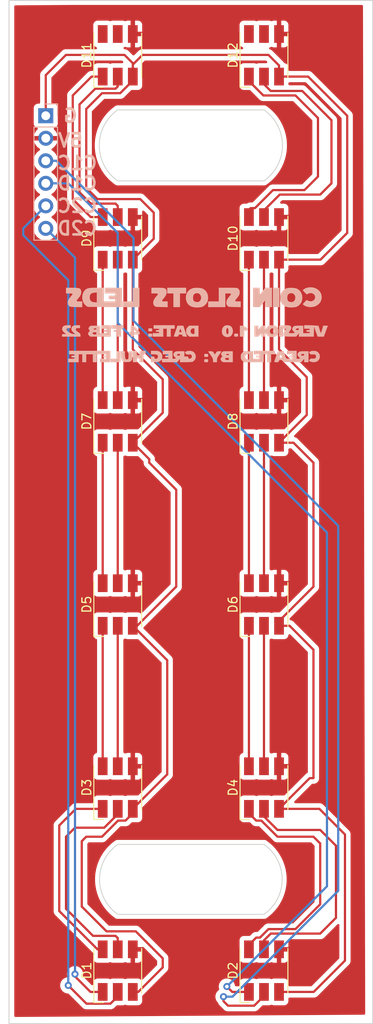
<source format=kicad_pcb>
(kicad_pcb (version 20211014) (generator pcbnew)
  (layers (0 "F.Cu" signal) (31 "B.Cu" signal) (34 "B.Paste" user) (35 "F.Paste" user) (36 "B.SilkS" user "B.Silkscreen") (37 "F.SilkS" user "F.Silkscreen") (38 "B.Mask" user) (39 "F.Mask" user) (44 "Edge.Cuts" user))
  (net 0 "")
  (net 1 "GND")
  (net 2 "+5V")
  (net 3 "Net-(D1-Pad5)")
  (net 4 "Net-(D1-Pad6)")
  (net 5 "Net-(D2-Pad5)")
  (net 6 "Net-(D2-Pad6)")
  (net 7 "Net-(D3-Pad5)")
  (net 8 "Net-(D3-Pad6)")
  (net 9 "Net-(D6-Pad2)")
  (net 10 "Net-(D6-Pad1)")
  (net 11 "Net-(D7-Pad2)")
  (net 12 "Net-(D7-Pad1)")
  (net 13 "Net-(D8-Pad2)")
  (net 14 "Net-(D8-Pad1)")
  (net 15 "Net-(D9-Pad2)")
  (net 16 "Net-(D9-Pad1)")
  (net 17 "Net-(D10-Pad2)")
  (net 18 "Net-(D10-Pad1)")
  (net 19 "Net-(D9-Pad5)")
  (net 20 "Net-(D9-Pad6)")
  (net 21 "Net-(D12-Pad2)")
  (net 22 "Net-(D10-Pad6)")
  (net 27 "/C2D")
  (net 28 "/C2C")
  (net 29 "/C1C")
  (net 30 "/C1D")
  (footprint "LED_SMD:LED_RGB_5050-6" (layer "F.Cu") (at 117.602 121.903 90)
    (fp_text reference "D5" (at 0 -3.5 90) (layer "F.SilkS"))
    (fp_text value "APA102")
    (pad "1" smd rect locked (at -2.4 -1.7 180) (size 1.1 2) (layers "F.Cu" "F.Paste" "F.Mask") (net 8 "Net-(D3-Pad6)"))
    (pad "2" smd rect locked (at -2.4 0 180) (size 1.1 2) (layers "F.Cu" "F.Paste" "F.Mask") (net 7 "Net-(D3-Pad5)"))
    (pad "3" smd rect locked (at -2.4 1.7 180) (size 1.1 2) (layers "F.Cu" "F.Paste" "F.Mask") (net 1 "GND"))
    (pad "4" smd rect locked (at 2.4 1.7 180) (size 1.1 2) (layers "F.Cu" "F.Paste" "F.Mask") (net 2 "+5V"))
    (pad "5" smd rect locked (at 2.4 0 180) (size 1.1 2) (layers "F.Cu" "F.Paste" "F.Mask") (net 11 "Net-(D7-Pad2)"))
    (pad "6" smd rect locked (at 2.4 -1.7 180) (size 1.1 2) (layers "F.Cu" "F.Paste" "F.Mask") (net 12 "Net-(D7-Pad1)"))
  )
  (footprint "LED_SMD:LED_RGB_5050-6" (layer "F.Cu") (at 117.602 80.627 90)
    (fp_text reference "D9" (at 0 -3.5 90) (layer "F.SilkS"))
    (fp_text value "APA102")
    (pad "1" smd rect locked (at -2.4 -1.7 180) (size 1.1 2) (layers "F.Cu" "F.Paste" "F.Mask") (net 16 "Net-(D9-Pad1)"))
    (pad "2" smd rect locked (at -2.4 0 180) (size 1.1 2) (layers "F.Cu" "F.Paste" "F.Mask") (net 15 "Net-(D9-Pad2)"))
    (pad "3" smd rect locked (at -2.4 1.7 180) (size 1.1 2) (layers "F.Cu" "F.Paste" "F.Mask") (net 1 "GND"))
    (pad "4" smd rect locked (at 2.4 1.7 180) (size 1.1 2) (layers "F.Cu" "F.Paste" "F.Mask") (net 2 "+5V"))
    (pad "5" smd rect locked (at 2.4 0 180) (size 1.1 2) (layers "F.Cu" "F.Paste" "F.Mask") (net 19 "Net-(D9-Pad5)"))
    (pad "6" smd rect locked (at 2.4 -1.7 180) (size 1.1 2) (layers "F.Cu" "F.Paste" "F.Mask") (net 20 "Net-(D9-Pad6)"))
  )
  (footprint "LED_SMD:LED_RGB_5050-6" (layer "F.Cu") (at 117.602 59.989 90)
    (fp_text reference "D11" (at 0 -3.5 90) (layer "F.SilkS"))
    (fp_text value "APA102")
    (pad "1" smd rect locked (at -2.4 -1.7 180) (size 1.1 2) (layers "F.Cu" "F.Paste" "F.Mask") (net 20 "Net-(D9-Pad6)"))
    (pad "2" smd rect locked (at -2.4 0 180) (size 1.1 2) (layers "F.Cu" "F.Paste" "F.Mask") (net 19 "Net-(D9-Pad5)"))
    (pad "3" smd rect locked (at -2.4 1.7 180) (size 1.1 2) (layers "F.Cu" "F.Paste" "F.Mask") (net 1 "GND"))
    (pad "4" smd rect locked (at 2.4 1.7 180) (size 1.1 2) (layers "F.Cu" "F.Paste" "F.Mask") (net 2 "+5V"))
    (pad "5" smd rect locked (at 2.4 0 180) (size 1.1 2) (layers "F.Cu" "F.Paste" "F.Mask"))
    (pad "6" smd rect locked (at 2.4 -1.7 180) (size 1.1 2) (layers "F.Cu" "F.Paste" "F.Mask"))
  )
  (footprint "LED_SMD:LED_RGB_5050-6" (layer "F.Cu") (at 134.112 142.541 90)
    (fp_text reference "D4" (at 0 -3.5 90) (layer "F.SilkS"))
    (fp_text value "APA102")
    (pad "1" smd rect locked (at -2.4 -1.7 180) (size 1.1 2) (layers "F.Cu" "F.Paste" "F.Mask") (net 6 "Net-(D2-Pad6)"))
    (pad "2" smd rect locked (at -2.4 0 180) (size 1.1 2) (layers "F.Cu" "F.Paste" "F.Mask") (net 5 "Net-(D2-Pad5)"))
    (pad "3" smd rect locked (at -2.4 1.7 180) (size 1.1 2) (layers "F.Cu" "F.Paste" "F.Mask") (net 1 "GND"))
    (pad "4" smd rect locked (at 2.4 1.7 180) (size 1.1 2) (layers "F.Cu" "F.Paste" "F.Mask") (net 2 "+5V"))
    (pad "5" smd rect locked (at 2.4 0 180) (size 1.1 2) (layers "F.Cu" "F.Paste" "F.Mask") (net 9 "Net-(D6-Pad2)"))
    (pad "6" smd rect locked (at 2.4 -1.7 180) (size 1.1 2) (layers "F.Cu" "F.Paste" "F.Mask") (net 10 "Net-(D6-Pad1)"))
  )
  (footprint "LED_SMD:LED_RGB_5050-6" (layer "F.Cu") (at 134.112 80.627 90)
    (fp_text reference "D10" (at 0 -3.5 90) (layer "F.SilkS"))
    (fp_text value "APA102")
    (pad "1" smd rect locked (at -2.4 -1.7 180) (size 1.1 2) (layers "F.Cu" "F.Paste" "F.Mask") (net 18 "Net-(D10-Pad1)"))
    (pad "2" smd rect locked (at -2.4 0 180) (size 1.1 2) (layers "F.Cu" "F.Paste" "F.Mask") (net 17 "Net-(D10-Pad2)"))
    (pad "3" smd rect locked (at -2.4 1.7 180) (size 1.1 2) (layers "F.Cu" "F.Paste" "F.Mask") (net 1 "GND"))
    (pad "4" smd rect locked (at 2.4 1.7 180) (size 1.1 2) (layers "F.Cu" "F.Paste" "F.Mask") (net 2 "+5V"))
    (pad "5" smd rect locked (at 2.4 0 180) (size 1.1 2) (layers "F.Cu" "F.Paste" "F.Mask") (net 21 "Net-(D12-Pad2)"))
    (pad "6" smd rect locked (at 2.4 -1.7 180) (size 1.1 2) (layers "F.Cu" "F.Paste" "F.Mask") (net 22 "Net-(D10-Pad6)"))
  )
  (footprint "LED_SMD:LED_RGB_5050-6" (layer "F.Cu") (at 117.602 101.265 90)
    (fp_text reference "D7" (at 0 -3.5 90) (layer "F.SilkS"))
    (fp_text value "APA102")
    (pad "1" smd rect locked (at -2.4 -1.7 180) (size 1.1 2) (layers "F.Cu" "F.Paste" "F.Mask") (net 12 "Net-(D7-Pad1)"))
    (pad "2" smd rect locked (at -2.4 0 180) (size 1.1 2) (layers "F.Cu" "F.Paste" "F.Mask") (net 11 "Net-(D7-Pad2)"))
    (pad "3" smd rect locked (at -2.4 1.7 180) (size 1.1 2) (layers "F.Cu" "F.Paste" "F.Mask") (net 1 "GND"))
    (pad "4" smd rect locked (at 2.4 1.7 180) (size 1.1 2) (layers "F.Cu" "F.Paste" "F.Mask") (net 2 "+5V"))
    (pad "5" smd rect locked (at 2.4 0 180) (size 1.1 2) (layers "F.Cu" "F.Paste" "F.Mask") (net 15 "Net-(D9-Pad2)"))
    (pad "6" smd rect locked (at 2.4 -1.7 180) (size 1.1 2) (layers "F.Cu" "F.Paste" "F.Mask") (net 16 "Net-(D9-Pad1)"))
  )
  (footprint "LED_SMD:LED_RGB_5050-6" (layer "F.Cu") (at 134.112 163.179 90)
    (fp_text reference "D2" (at 0 -3.5 90) (layer "F.SilkS"))
    (fp_text value "APA102")
    (pad "1" smd rect locked (at -2.4 -1.7 180) (size 1.1 2) (layers "F.Cu" "F.Paste" "F.Mask") (net 30 "/C1D"))
    (pad "2" smd rect locked (at -2.4 0 180) (size 1.1 2) (layers "F.Cu" "F.Paste" "F.Mask") (net 29 "/C1C"))
    (pad "3" smd rect locked (at -2.4 1.7 180) (size 1.1 2) (layers "F.Cu" "F.Paste" "F.Mask") (net 1 "GND"))
    (pad "4" smd rect locked (at 2.4 1.7 180) (size 1.1 2) (layers "F.Cu" "F.Paste" "F.Mask") (net 2 "+5V"))
    (pad "5" smd rect locked (at 2.4 0 180) (size 1.1 2) (layers "F.Cu" "F.Paste" "F.Mask") (net 5 "Net-(D2-Pad5)"))
    (pad "6" smd rect locked (at 2.4 -1.7 180) (size 1.1 2) (layers "F.Cu" "F.Paste" "F.Mask") (net 6 "Net-(D2-Pad6)"))
  )
  (footprint "LED_SMD:LED_RGB_5050-6" (layer "F.Cu") (at 117.602 142.541 90)
    (fp_text reference "D3" (at 0 -3.5 90) (layer "F.SilkS"))
    (fp_text value "APA102")
    (pad "1" smd rect locked (at -2.4 -1.7 180) (size 1.1 2) (layers "F.Cu" "F.Paste" "F.Mask") (net 4 "Net-(D1-Pad6)"))
    (pad "2" smd rect locked (at -2.4 0 180) (size 1.1 2) (layers "F.Cu" "F.Paste" "F.Mask") (net 3 "Net-(D1-Pad5)"))
    (pad "3" smd rect locked (at -2.4 1.7 180) (size 1.1 2) (layers "F.Cu" "F.Paste" "F.Mask") (net 1 "GND"))
    (pad "4" smd rect locked (at 2.4 1.7 180) (size 1.1 2) (layers "F.Cu" "F.Paste" "F.Mask") (net 2 "+5V"))
    (pad "5" smd rect locked (at 2.4 0 180) (size 1.1 2) (layers "F.Cu" "F.Paste" "F.Mask") (net 7 "Net-(D3-Pad5)"))
    (pad "6" smd rect locked (at 2.4 -1.7 180) (size 1.1 2) (layers "F.Cu" "F.Paste" "F.Mask") (net 8 "Net-(D3-Pad6)"))
  )
  (footprint "LED_SMD:LED_RGB_5050-6" (layer "F.Cu") (at 134.112 59.989 90)
    (fp_text reference "D12" (at 0 -3.5 90) (layer "F.SilkS"))
    (fp_text value "APA102")
    (pad "1" smd rect locked (at -2.4 -1.7 180) (size 1.1 2) (layers "F.Cu" "F.Paste" "F.Mask") (net 22 "Net-(D10-Pad6)"))
    (pad "2" smd rect locked (at -2.4 0 180) (size 1.1 2) (layers "F.Cu" "F.Paste" "F.Mask") (net 21 "Net-(D12-Pad2)"))
    (pad "3" smd rect locked (at -2.4 1.7 180) (size 1.1 2) (layers "F.Cu" "F.Paste" "F.Mask") (net 1 "GND"))
    (pad "4" smd rect locked (at 2.4 1.7 180) (size 1.1 2) (layers "F.Cu" "F.Paste" "F.Mask") (net 2 "+5V"))
    (pad "5" smd rect locked (at 2.4 0 180) (size 1.1 2) (layers "F.Cu" "F.Paste" "F.Mask"))
    (pad "6" smd rect locked (at 2.4 -1.7 180) (size 1.1 2) (layers "F.Cu" "F.Paste" "F.Mask"))
  )
  (footprint "LED_SMD:LED_RGB_5050-6" (layer "F.Cu") (at 117.602 163.179 90)
    (fp_text reference "D1" (at 0 -3.5 90) (layer "F.SilkS"))
    (fp_text value "APA102")
    (pad "1" smd rect locked (at -2.4 -1.7 180) (size 1.1 2) (layers "F.Cu" "F.Paste" "F.Mask") (net 27 "/C2D"))
    (pad "2" smd rect locked (at -2.4 0 180) (size 1.1 2) (layers "F.Cu" "F.Paste" "F.Mask") (net 28 "/C2C"))
    (pad "3" smd rect locked (at -2.4 1.7 180) (size 1.1 2) (layers "F.Cu" "F.Paste" "F.Mask") (net 1 "GND"))
    (pad "4" smd rect locked (at 2.4 1.7 180) (size 1.1 2) (layers "F.Cu" "F.Paste" "F.Mask") (net 2 "+5V"))
    (pad "5" smd rect locked (at 2.4 0 180) (size 1.1 2) (layers "F.Cu" "F.Paste" "F.Mask") (net 3 "Net-(D1-Pad5)"))
    (pad "6" smd rect locked (at 2.4 -1.7 180) (size 1.1 2) (layers "F.Cu" "F.Paste" "F.Mask") (net 4 "Net-(D1-Pad6)"))
  )
  (footprint "LED_SMD:LED_RGB_5050-6" (layer "F.Cu") (at 134.112 101.265 90)
    (fp_text reference "D8" (at 0 -3.5 90) (layer "F.SilkS"))
    (fp_text value "APA102")
    (pad "1" smd rect locked (at -2.4 -1.7 180) (size 1.1 2) (layers "F.Cu" "F.Paste" "F.Mask") (net 14 "Net-(D8-Pad1)"))
    (pad "2" smd rect locked (at -2.4 0 180) (size 1.1 2) (layers "F.Cu" "F.Paste" "F.Mask") (net 13 "Net-(D8-Pad2)"))
    (pad "3" smd rect locked (at -2.4 1.7 180) (size 1.1 2) (layers "F.Cu" "F.Paste" "F.Mask") (net 1 "GND"))
    (pad "4" smd rect locked (at 2.4 1.7 180) (size 1.1 2) (layers "F.Cu" "F.Paste" "F.Mask") (net 2 "+5V"))
    (pad "5" smd rect locked (at 2.4 0 180) (size 1.1 2) (layers "F.Cu" "F.Paste" "F.Mask") (net 17 "Net-(D10-Pad2)"))
    (pad "6" smd rect locked (at 2.4 -1.7 180) (size 1.1 2) (layers "F.Cu" "F.Paste" "F.Mask") (net 18 "Net-(D10-Pad1)"))
  )
  (footprint "LED_SMD:LED_RGB_5050-6" (layer "F.Cu") (at 134.112 121.903 90)
    (fp_text reference "D6" (at 0 -3.5 90) (layer "F.SilkS"))
    (fp_text value "APA102")
    (pad "1" smd rect locked (at -2.4 -1.7 180) (size 1.1 2) (layers "F.Cu" "F.Paste" "F.Mask") (net 10 "Net-(D6-Pad1)"))
    (pad "2" smd rect locked (at -2.4 0 180) (size 1.1 2) (layers "F.Cu" "F.Paste" "F.Mask") (net 9 "Net-(D6-Pad2)"))
    (pad "3" smd rect locked (at -2.4 1.7 180) (size 1.1 2) (layers "F.Cu" "F.Paste" "F.Mask") (net 1 "GND"))
    (pad "4" smd rect locked (at 2.4 1.7 180) (size 1.1 2) (layers "F.Cu" "F.Paste" "F.Mask") (net 2 "+5V"))
    (pad "5" smd rect locked (at 2.4 0 180) (size 1.1 2) (layers "F.Cu" "F.Paste" "F.Mask") (net 13 "Net-(D8-Pad2)"))
    (pad "6" smd rect locked (at 2.4 -1.7 180) (size 1.1 2) (layers "F.Cu" "F.Paste" "F.Mask") (net 14 "Net-(D8-Pad1)"))
  )
  (footprint "Logos:Coin Slots v2" (layer "B.Cu") (at 126.32 89.87 180)
    (fp_text reference "G***" hide)
    (fp_text value "LOGO" hide)
  )
  (footprint "Connector_PinHeader_2.54mm:PinHeader_1x06_P2.54mm_Vertical" (layer "B.Cu") (at 109.474 66.802 180)
    (fp_text reference "J1" hide)
    (fp_text value "Conn_01x06")
    (pad "1" thru_hole rect locked (at 0 0 180) (size 1.7 1.7) (drill 1) (layers *.Cu *.Mask) (net 1 "GND"))
    (pad "2" thru_hole oval locked (at 0 -2.54 180) (size 1.7 1.7) (drill 1) (layers *.Cu *.Mask) (net 2 "+5V"))
    (pad "3" thru_hole oval locked (at 0 -5.08 180) (size 1.7 1.7) (drill 1) (layers *.Cu *.Mask) (net 29 "/C1C"))
    (pad "4" thru_hole oval locked (at 0 -7.62 180) (size 1.7 1.7) (drill 1) (layers *.Cu *.Mask) (net 30 "/C1D"))
    (pad "5" thru_hole oval locked (at 0 -10.16 180) (size 1.7 1.7) (drill 1) (layers *.Cu *.Mask) (net 28 "/C2C"))
    (pad "6" thru_hole oval locked (at 0 -12.7 180) (size 1.7 1.7) (drill 1) (layers *.Cu *.Mask) (net 27 "/C2D"))
  )
  (gr_line (start 146.389 169.151) (end 105.325 169.151) (layer "Edge.Cuts") (width 0.1))
  (gr_line (start 117.602 74.148) (end 134.112 74.148) (layer "Edge.Cuts") (width 0.1))
  (gr_line (start 105.325 169.151) (end 105.325 53.805) (layer "Edge.Cuts") (width 0.1))
  (gr_line (start 134.112 66.141) (end 117.602 66.141) (layer "Edge.Cuts") (width 0.1))
  (gr_arc (start 117.602 156.834) (mid 115.550185 152.8925) (end 117.602 148.951) (layer "Edge.Cuts") (width 0.1))
  (gr_arc (start 117.602 74.148) (mid 115.51791 70.1445) (end 117.602 66.141) (layer "Edge.Cuts") (width 0.1))
  (gr_line (start 105.325 53.805) (end 146.389 53.805) (layer "Edge.Cuts") (width 0.1))
  (gr_arc (start 134.112 66.141) (mid 136.19609 70.1445) (end 134.112 74.148) (layer "Edge.Cuts") (width 0.1))
  (gr_arc (start 134.112 148.951) (mid 136.163815 152.8925) (end 134.112 156.834) (layer "Edge.Cuts") (width 0.1))
  (gr_line (start 117.602 156.834) (end 134.112 156.834) (layer "Edge.Cuts") (width 0.1))
  (gr_line (start 117.602 148.951) (end 134.112 148.951) (layer "Edge.Cuts") (width 0.1))
  (gr_line (start 146.389 53.805) (end 146.389 169.151) (layer "Edge.Cuts") (width 0.1))
  (gr_text "5V" (at 112.268 69.596) (layer "B.SilkS") (effects (font (size 1.5 1.5) (thickness 0.3)) (justify mirror)))
  (gr_text "G" (at 112.268 66.802) (layer "B.SilkS") (effects (font (size 1.5 1.5) (thickness 0.3)) (justify mirror)))
  (gr_text "C2D\n" (at 113.03 79.502) (layer "B.SilkS") (effects (font (size 1.5 1.5) (thickness 0.3)) (justify mirror)))
  (gr_text "C1D" (at 113.03 74.422) (layer "B.SilkS") (effects (font (size 1.5 1.5) (thickness 0.3)) (justify mirror)))
  (gr_text "C2C" (at 113.03 76.962) (layer "B.SilkS") (effects (font (size 1.5 1.5) (thickness 0.3)) (justify mirror)))
  (gr_text "C1C" (at 113.03 72.136) (layer "B.SilkS") (effects (font (size 1.5 1.5) (thickness 0.3)) (justify mirror)))
  (segment (start 122.682 162.814) (end 119.917 165.579) (width 0.25) (layer "F.Cu") (net 1))
  (segment (start 121.158 105.918) (end 124.206 108.966) (width 0.25) (layer "F.Cu") (net 1))
  (segment (start 138.938 96.266) (end 138.938 100.539) (width 0.25) (layer "F.Cu") (net 1))
  (segment (start 114.046 74.93) (end 115.316 76.2) (width 0.25) (layer "F.Cu") (net 1))
  (segment (start 143.256 147.828) (end 143.256 162.052) (width 0.25) (layer "F.Cu") (net 1))
  (segment (start 117.879 64.262) (end 115.824 64.262) (width 0.25) (layer "F.Cu") (net 1))
  (segment (start 139.7 127) (end 137.003 124.303) (width 0.25) (layer "F.Cu") (net 1))
  (segment (start 143.51 80.01) (end 140.493 83.027) (width 0.25) (layer "F.Cu") (net 1))
  (segment (start 139.275 141.478) (end 139.7 141.478) (width 0.25) (layer "F.Cu") (net 1))
  (segment (start 135.812 123.776) (end 135.812 124.303) (width 0.25) (layer "F.Cu") (net 1))
  (segment (start 114.046 66.04) (end 114.046 74.93) (width 0.25) (layer "F.Cu") (net 1))
  (segment (start 122.682 161.798) (end 122.682 162.814) (width 0.25) (layer "F.Cu") (net 1))
  (segment (start 119.917 165.579) (end 119.302 165.579) (width 0.25) (layer "F.Cu") (net 1))
  (segment (start 123.19 128.191) (end 123.19 141.053) (width 0.25) (layer "F.Cu") (net 1))
  (segment (start 118.364 59.944) (end 111.76 59.944) (width 0.25) (layer "F.Cu") (net 1))
  (segment (start 143.51 66.802) (end 143.51 80.01) (width 0.25) (layer "F.Cu") (net 1))
  (segment (start 119.302 93.14) (end 122.682 96.52) (width 0.25) (layer "F.Cu") (net 1))
  (segment (start 109.474 62.23) (end 109.474 66.802) (width 0.25) (layer "F.Cu") (net 1))
  (segment (start 135.812 103.665) (end 137.447 103.665) (width 0.25) (layer "F.Cu") (net 1))
  (segment (start 135.812 144.941) (end 140.369 144.941) (width 0.25) (layer "F.Cu") (net 1))
  (segment (start 121.666 80.663) (end 119.302 83.027) (width 0.25) (layer "F.Cu") (net 1))
  (segment (start 137.447 103.665) (end 139.7 105.918) (width 0.25) (layer "F.Cu") (net 1))
  (segment (start 139.7 141.478) (end 139.7 127) (width 0.25) (layer "F.Cu") (net 1))
  (segment (start 118.476511 146.265511) (end 117.640489 146.265511) (width 0.25) (layer "F.Cu") (net 1))
  (segment (start 119.302 62.389) (end 119.302 60.882) (width 0.25) (layer "F.Cu") (net 1))
  (segment (start 124.206 108.966) (end 124.206 119.888) (width 0.25) (layer "F.Cu") (net 1))
  (segment (start 111.76 59.944) (end 109.474 62.23) (width 0.25) (layer "F.Cu") (net 1))
  (segment (start 113.538 155.956) (end 116.332 158.75) (width 0.25) (layer "F.Cu") (net 1))
  (segment (start 139.729 165.579) (end 135.812 165.579) (width 0.25) (layer "F.Cu") (net 1))
  (segment (start 135.812 62.389) (end 139.097 62.389) (width 0.25) (layer "F.Cu") (net 1))
  (segment (start 139.097 62.389) (end 143.51 66.802) (width 0.25) (layer "F.Cu") (net 1))
  (segment (start 119.302 145.440022) (end 118.476511 146.265511) (width 0.25) (layer "F.Cu") (net 1))
  (segment (start 121.666 77.724) (end 121.666 80.663) (width 0.25) (layer "F.Cu") (net 1))
  (segment (start 119.302 144.941) (end 119.302 145.440022) (width 0.25) (layer "F.Cu") (net 1))
  (segment (start 121.158 105.521) (end 121.158 105.918) (width 0.25) (layer "F.Cu") (net 1))
  (segment (start 119.302 60.882) (end 118.364 59.944) (width 0.25) (layer "F.Cu") (net 1))
  (segment (start 134.62 59.944) (end 135.812 61.136) (width 0.25) (layer "F.Cu") (net 1))
  (segment (start 119.302 62.389) (end 119.302 61.038) (width 0.25) (layer "F.Cu") (net 1))
  (segment (start 139.7 119.888) (end 135.812 123.776) (width 0.25) (layer "F.Cu") (net 1))
  (segment (start 116.332 158.75) (end 119.634 158.75) (width 0.25) (layer "F.Cu") (net 1))
  (segment (start 114.046 148.082) (end 113.538 148.59) (width 0.25) (layer "F.Cu") (net 1))
  (segment (start 115.824 64.262) (end 114.046 66.04) (width 0.25) (layer "F.Cu") (net 1))
  (segment (start 119.302 62.839) (end 117.879 64.262) (width 0.25) (layer "F.Cu") (net 1))
  (segment (start 119.302 124.303) (end 123.19 128.191) (width 0.25) (layer "F.Cu") (net 1))
  (segment (start 135.812 144.941) (end 139.275 141.478) (width 0.25) (layer "F.Cu") (net 1))
  (segment (start 119.302 83.027) (end 119.302 93.14) (width 0.25) (layer "F.Cu") (net 1))
  (segment (start 124.206 119.888) (end 119.791 124.303) (width 0.25) (layer "F.Cu") (net 1))
  (segment (start 115.824 148.082) (end 114.046 148.082) (width 0.25) (layer "F.Cu") (net 1))
  (segment (start 140.369 144.941) (end 143.256 147.828) (width 0.25) (layer "F.Cu") (net 1))
  (segment (start 119.634 158.75) (end 122.682 161.798) (width 0.25) (layer "F.Cu") (net 1))
  (segment (start 135.812 61.136) (end 135.812 62.389) (width 0.25) (layer "F.Cu") (net 1))
  (segment (start 115.316 76.2) (end 120.142 76.2) (width 0.25) (layer "F.Cu") (net 1))
  (segment (start 119.302 61.038) (end 120.396 59.944) (width 0.25) (layer "F.Cu") (net 1))
  (segment (start 119.791 124.303) (end 119.302 124.303) (width 0.25) (layer "F.Cu") (net 1))
  (segment (start 122.682 96.52) (end 122.682 100.285) (width 0.25) (layer "F.Cu") (net 1))
  (segment (start 120.396 59.944) (end 134.62 59.944) (width 0.25) (layer "F.Cu") (net 1))
  (segment (start 117.640489 146.265511) (end 115.824 148.082) (width 0.25) (layer "F.Cu") (net 1))
  (segment (start 143.256 162.052) (end 139.729 165.579) (width 0.25) (layer "F.Cu") (net 1))
  (segment (start 137.003 124.303) (end 135.812 124.303) (width 0.25) (layer "F.Cu") (net 1))
  (segment (start 120.142 76.2) (end 121.666 77.724) (width 0.25) (layer "F.Cu") (net 1))
  (segment (start 135.812 83.027) (end 135.812 93.14) (width 0.25) (layer "F.Cu") (net 1))
  (segment (start 122.682 100.285) (end 119.302 103.665) (width 0.25) (layer "F.Cu") (net 1))
  (segment (start 119.302 103.665) (end 121.158 105.521) (width 0.25) (layer "F.Cu") (net 1))
  (segment (start 123.19 141.053) (end 119.302 144.941) (width 0.25) (layer "F.Cu") (net 1))
  (segment (start 139.7 105.918) (end 139.7 119.888) (width 0.25) (layer "F.Cu") (net 1))
  (segment (start 138.938 100.539) (end 135.812 103.665) (width 0.25) (layer "F.Cu") (net 1))
  (segment (start 140.493 83.027) (end 135.812 83.027) (width 0.25) (layer "F.Cu") (net 1))
  (segment (start 113.538 148.59) (end 113.538 155.956) (width 0.25) (layer "F.Cu") (net 1))
  (segment (start 119.302 62.389) (end 119.302 62.839) (width 0.25) (layer "F.Cu") (net 1))
  (segment (start 135.812 93.14) (end 138.938 96.266) (width 0.25) (layer "F.Cu") (net 1))
  (segment (start 116.078 147.066) (end 112.776 147.066) (width 0.25) (layer "F.Cu") (net 3))
  (segment (start 112.776 147.066) (end 111.76 148.082) (width 0.25) (layer "F.Cu") (net 3))
  (segment (start 111.76 156.21) (end 114.808 159.258) (width 0.25) (layer "F.Cu") (net 3))
  (segment (start 117.602 144.941) (end 117.602 145.542) (width 0.25) (layer "F.Cu") (net 3))
  (segment (start 111.76 148.082) (end 111.76 156.21) (width 0.25) (layer "F.Cu") (net 3))
  (segment (start 114.808 159.258) (end 117.348 159.258) (width 0.25) (layer "F.Cu") (net 3))
  (segment (start 117.602 145.542) (end 116.078 147.066) (width 0.25) (layer "F.Cu") (net 3))
  (segment (start 117.602 159.512) (end 117.602 160.779) (width 0.25) (layer "F.Cu") (net 3))
  (segment (start 117.348 159.258) (end 117.602 159.512) (width 0.25) (layer "F.Cu") (net 3))
  (segment (start 112.869 144.941) (end 110.998 146.812) (width 0.25) (layer "F.Cu") (net 4))
  (segment (start 115.313 160.779) (end 115.902 160.779) (width 0.25) (layer "F.Cu") (net 4))
  (segment (start 110.998 156.464) (end 115.313 160.779) (width 0.25) (layer "F.Cu") (net 4))
  (segment (start 110.998 146.812) (end 110.998 156.464) (width 0.25) (layer "F.Cu") (net 4))
  (segment (start 115.902 144.941) (end 112.869 144.941) (width 0.25) (layer "F.Cu") (net 4))
  (segment (start 134.112 159.766) (end 134.112 160.779) (width 0.25) (layer "F.Cu") (net 5))
  (segment (start 140.462 159.004) (end 134.874 159.004) (width 0.25) (layer "F.Cu") (net 5))
  (segment (start 140.462 147.32) (end 142.24 149.098) (width 0.25) (layer "F.Cu") (net 5))
  (segment (start 134.874 159.004) (end 134.112 159.766) (width 0.25) (layer "F.Cu") (net 5))
  (segment (start 134.112 145.796) (end 135.636 147.32) (width 0.25) (layer "F.Cu") (net 5))
  (segment (start 134.112 144.941) (end 134.112 145.796) (width 0.25) (layer "F.Cu") (net 5))
  (segment (start 142.24 157.226) (end 140.462 159.004) (width 0.25) (layer "F.Cu") (net 5))
  (segment (start 135.636 147.32) (end 140.462 147.32) (width 0.25) (layer "F.Cu") (net 5))
  (segment (start 142.24 149.098) (end 142.24 157.226) (width 0.25) (layer "F.Cu") (net 5))
  (segment (start 133.661511 159.454489) (end 133.237489 159.454489) (width 0.25) (layer "F.Cu") (net 6))
  (segment (start 132.412 160.279978) (end 132.412 160.779) (width 0.25) (layer "F.Cu") (net 6))
  (segment (start 133.237489 146.265511) (end 133.819511 146.265511) (width 0.25) (layer "F.Cu") (net 6))
  (segment (start 133.819511 146.265511) (end 135.636 148.082) (width 0.25) (layer "F.Cu") (net 6))
  (segment (start 137.668 158.496) (end 134.62 158.496) (width 0.25) (layer "F.Cu") (net 6))
  (segment (start 139.7 148.082) (end 140.462 148.844) (width 0.25) (layer "F.Cu") (net 6))
  (segment (start 132.412 144.941) (end 132.412 145.440022) (width 0.25) (layer "F.Cu") (net 6))
  (segment (start 134.62 158.496) (end 133.661511 159.454489) (width 0.25) (layer "F.Cu") (net 6))
  (segment (start 140.462 155.702) (end 137.668 158.496) (width 0.25) (layer "F.Cu") (net 6))
  (segment (start 133.237489 159.454489) (end 132.412 160.279978) (width 0.25) (layer "F.Cu") (net 6))
  (segment (start 132.412 145.440022) (end 133.237489 146.265511) (width 0.25) (layer "F.Cu") (net 6))
  (segment (start 135.636 148.082) (end 139.7 148.082) (width 0.25) (layer "F.Cu") (net 6))
  (segment (start 140.462 148.844) (end 140.462 155.702) (width 0.25) (layer "F.Cu") (net 6))
  (segment (start 117.602 124.303) (end 117.602 140.141) (width 0.25) (layer "F.Cu") (net 7))
  (segment (start 115.902 124.303) (end 115.902 140.141) (width 0.25) (layer "F.Cu") (net 8))
  (segment (start 134.112 124.303) (end 134.112 140.141) (width 0.25) (layer "F.Cu") (net 9))
  (segment (start 132.412 124.303) (end 132.412 140.141) (width 0.25) (layer "F.Cu") (net 10))
  (segment (start 117.602 103.665) (end 117.602 119.503) (width 0.25) (layer "F.Cu") (net 11))
  (segment (start 115.902 103.665) (end 115.902 119.503) (width 0.25) (layer "F.Cu") (net 12))
  (segment (start 134.112 103.665) (end 134.112 119.503) (width 0.25) (layer "F.Cu") (net 13))
  (segment (start 132.412 103.665) (end 132.412 119.503) (width 0.25) (layer "F.Cu") (net 14))
  (segment (start 117.602 83.027) (end 117.602 98.865) (width 0.25) (layer "F.Cu") (net 15))
  (segment (start 115.902 83.027) (end 115.902 98.865) (width 0.25) (layer "F.Cu") (net 16))
  (segment (start 134.112 83.027) (end 134.112 98.865) (width 0.25) (layer "F.Cu") (net 17))
  (segment (start 132.412 83.027) (end 132.412 98.865) (width 0.25) (layer "F.Cu") (net 18))
  (segment (start 117.602 76.962) (end 117.602 78.227) (width 0.25) (layer "F.Cu") (net 19))
  (segment (start 114.554 76.708) (end 117.348 76.708) (width 0.25) (layer "F.Cu") (net 19))
  (segment (start 113.284 75.438) (end 114.554 76.708) (width 0.25) (layer "F.Cu") (net 19))
  (segment (start 117.348 76.708) (end 117.602 76.962) (width 0.25) (layer "F.Cu") (net 19))
  (segment (start 115.062 63.754) (end 113.284 65.532) (width 0.25) (layer "F.Cu") (net 19))
  (segment (start 117.602 63.5) (end 117.348 63.754) (width 0.25) (layer "F.Cu") (net 19))
  (segment (start 117.348 63.754) (end 115.062 63.754) (width 0.25) (layer "F.Cu") (net 19))
  (segment (start 113.284 65.532) (end 113.284 75.438) (width 0.25) (layer "F.Cu") (net 19))
  (segment (start 117.602 62.389) (end 117.602 63.5) (width 0.25) (layer "F.Cu") (net 19))
  (segment (start 112.522 76.2) (end 114.549 78.227) (width 0.25) (layer "F.Cu") (net 20))
  (segment (start 115.902 62.389) (end 114.649 62.389) (width 0.25) (layer "F.Cu") (net 20))
  (segment (start 114.649 62.389) (end 112.522 64.516) (width 0.25) (layer "F.Cu") (net 20))
  (segment (start 112.522 64.516) (end 112.522 76.2) (width 0.25) (layer "F.Cu") (net 20))
  (segment (start 114.549 78.227) (end 115.902 78.227) (width 0.25) (layer "F.Cu") (net 20))
  (segment (start 141.732 67.31) (end 141.732 74.422) (width 0.25) (layer "F.Cu") (net 21))
  (segment (start 138.43 64.008) (end 141.732 67.31) (width 0.25) (layer "F.Cu") (net 21))
  (segment (start 135.89 75.692) (end 134.112 77.47) (width 0.25) (layer "F.Cu") (net 21))
  (segment (start 134.112 63.246) (end 134.874 64.008) (width 0.25) (layer "F.Cu") (net 21))
  (segment (start 134.112 77.47) (end 134.112 78.227) (width 0.25) (layer "F.Cu") (net 21))
  (segment (start 140.462 75.692) (end 135.89 75.692) (width 0.25) (layer "F.Cu") (net 21))
  (segment (start 134.112 62.389) (end 134.112 63.246) (width 0.25) (layer "F.Cu") (net 21))
  (segment (start 141.732 74.422) (end 140.462 75.692) (width 0.25) (layer "F.Cu") (net 21))
  (segment (start 134.874 64.008) (end 138.43 64.008) (width 0.25) (layer "F.Cu") (net 21))
  (segment (start 140.208 67.056) (end 140.208 73.66) (width 0.25) (layer "F.Cu") (net 22))
  (segment (start 137.668 64.516) (end 140.208 67.056) (width 0.25) (layer "F.Cu") (net 22))
  (segment (start 138.684 75.184) (end 135.128 75.184) (width 0.25) (layer "F.Cu") (net 22))
  (segment (start 132.412 62.888022) (end 134.039978 64.516) (width 0.25) (layer "F.Cu") (net 22))
  (segment (start 140.208 73.66) (end 138.684 75.184) (width 0.25) (layer "F.Cu") (net 22))
  (segment (start 135.128 75.184) (end 133.096 77.216) (width 0.25) (layer "F.Cu") (net 22))
  (segment (start 133.096 77.216) (end 132.588 77.216) (width 0.25) (layer "F.Cu") (net 22))
  (segment (start 132.412 62.389) (end 132.412 62.888022) (width 0.25) (layer "F.Cu") (net 22))
  (segment (start 134.039978 64.516) (end 137.668 64.516) (width 0.25) (layer "F.Cu") (net 22))
  (segment (start 114.525 165.579) (end 112.776 163.83) (width 0.25) (layer "F.Cu") (net 27))
  (segment (start 112.776 163.83) (end 112.776 163.576) (width 0.25) (layer "F.Cu") (net 27))
  (segment (start 115.902 165.579) (end 114.525 165.579) (width 0.25) (layer "F.Cu") (net 27))
  (via (at 112.776 163.576) (size 0.8) (drill 0.4) (layers "F.Cu" "B.Cu") (net 27))
  (segment (start 112.776 163.576) (end 112.776 82.804) (width 0.25) (layer "B.Cu") (net 27))
  (segment (start 112.776 82.804) (end 109.474 79.502) (width 0.25) (layer "B.Cu") (net 27))
  (segment (start 117.602 166.078022) (end 116.776511 166.903511) (width 0.25) (layer "F.Cu") (net 28))
  (segment (start 114.071511 166.903511) (end 112.014 164.846) (width 0.25) (layer "F.Cu") (net 28))
  (segment (start 117.602 165.579) (end 117.602 166.078022) (width 0.25) (layer "F.Cu") (net 28))
  (segment (start 116.776511 166.903511) (end 114.071511 166.903511) (width 0.25) (layer "F.Cu") (net 28))
  (via (at 112.014 164.846) (size 0.8) (drill 0.4) (layers "F.Cu" "B.Cu") (net 28))
  (segment (start 106.934 79.502) (end 109.474 76.962) (width 0.25) (layer "B.Cu") (net 28))
  (segment (start 112.014 85.344) (end 106.934 80.264) (width 0.25) (layer "B.Cu") (net 28))
  (segment (start 112.014 164.846) (end 112.014 85.344) (width 0.25) (layer "B.Cu") (net 28))
  (segment (start 106.934 80.264) (end 106.934 79.502) (width 0.25) (layer "B.Cu") (net 28))
  (segment (start 129.54 166.624) (end 129.54 166.116) (width 0.25) (layer "F.Cu") (net 29))
  (segment (start 130.048 167.132) (end 129.54 166.624) (width 0.25) (layer "F.Cu") (net 29))
  (segment (start 134.112 166.029) (end 133.009 167.132) (width 0.25) (layer "F.Cu") (net 29))
  (segment (start 134.112 165.579) (end 134.112 166.029) (width 0.25) (layer "F.Cu") (net 29))
  (segment (start 133.009 167.132) (end 130.048 167.132) (width 0.25) (layer "F.Cu") (net 29))
  (via (at 129.54 166.116) (size 0.8) (drill 0.4) (layers "F.Cu" "B.Cu") (net 29))
  (segment (start 130.556 166.116) (end 129.54 166.116) (width 0.25) (layer "B.Cu") (net 29))
  (segment (start 142.494 113.03) (end 142.494 154.178) (width 0.25) (layer "B.Cu") (net 29))
  (segment (start 142.494 154.178) (end 130.556 166.116) (width 0.25) (layer "B.Cu") (net 29))
  (segment (start 119.38 89.916) (end 142.494 113.03) (width 0.25) (layer "B.Cu") (net 29))
  (segment (start 110.676081 71.882) (end 119.38 80.585919) (width 0.25) (layer "B.Cu") (net 29))
  (segment (start 109.474 71.882) (end 110.676081 71.882) (width 0.25) (layer "B.Cu") (net 29))
  (segment (start 119.38 80.585919) (end 119.38 89.916) (width 0.25) (layer "B.Cu") (net 29))
  (segment (start 130.527 165.579) (end 129.921 164.973) (width 0.25) (layer "F.Cu") (net 30))
  (segment (start 132.412 165.579) (end 130.527 165.579) (width 0.25) (layer "F.Cu") (net 30))
  (via (at 129.921 164.973) (size 0.8) (drill 0.4) (layers "F.Cu" "B.Cu") (net 30))
  (segment (start 141.224 113.792) (end 117.602 90.17) (width 0.25) (layer "B.Cu") (net 30))
  (segment (start 129.921 164.973) (end 141.224 153.67) (width 0.25) (layer "B.Cu") (net 30))
  (segment (start 112.014 74.422) (end 109.474 74.422) (width 0.25) (layer "B.Cu") (net 30))
  (segment (start 117.602 90.17) (end 117.602 80.01) (width 0.25) (layer "B.Cu") (net 30))
  (segment (start 141.224 153.67) (end 141.224 113.792) (width 0.25) (layer "B.Cu") (net 30))
  (segment (start 117.602 80.01) (end 112.014 74.422) (width 0.25) (layer "B.Cu") (net 30))
  (zone (net 2) (net_name "+5V") (layer "F.Cu") (connect_pads (clearance 0.508)) (min_thickness 0.254) (fill yes (thermal_gap 0.508) (thermal_bridge_width 0.508))
    (polygon (pts (xy 145.542 168.148) (xy 105.918 168.402) (xy 105.918 54.356) (xy 145.288 54.102)))
  )
)
</source>
